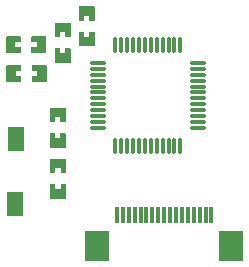
<source format=gtp>
G04 Layer: TopPasteMaskLayer*
G04 EasyEDA v6.5.33, 2023-07-29 01:37:07*
G04 e2284e44ffa54268a608bda52510a791,d031c0a8eb424844af7c2e53bc7358ee,10*
G04 Gerber Generator version 0.2*
G04 Scale: 100 percent, Rotated: No, Reflected: No *
G04 Dimensions in millimeters *
G04 leading zeros omitted , absolute positions ,4 integer and 5 decimal *
%FSLAX45Y45*%
%MOMM*%

%ADD10O,1.499997X0.27000199999999996*%
%ADD11O,0.27000199999999996X1.499997*%
%ADD12R,1.4000X2.0000*%
%ADD13R,0.3000X1.4000*%
%ADD14R,2.0000X2.5000*%

%LPD*%
G36*
X14447977Y6605473D02*
G01*
X14406981Y6604965D01*
X14401952Y6599986D01*
X14401952Y6484975D01*
X14406981Y6479997D01*
X14534997Y6479997D01*
X14539976Y6484975D01*
X14539976Y6599986D01*
X14534997Y6604965D01*
X14492986Y6604508D01*
X14492986Y6560464D01*
X14447977Y6560464D01*
G37*
G36*
X14406981Y6820001D02*
G01*
X14401952Y6814972D01*
X14401952Y6700012D01*
X14406981Y6694982D01*
X14447977Y6695490D01*
X14447977Y6739483D01*
X14492986Y6739483D01*
X14492986Y6694982D01*
X14534997Y6694982D01*
X14539976Y6700012D01*
X14539976Y6814972D01*
X14534997Y6820001D01*
G37*
G36*
X14036954Y7422997D02*
G01*
X14031976Y7417968D01*
X14031976Y7290003D01*
X14036954Y7284974D01*
X14151965Y7284974D01*
X14156944Y7290003D01*
X14156486Y7331964D01*
X14112443Y7331964D01*
X14112443Y7376972D01*
X14157451Y7376972D01*
X14156944Y7417968D01*
X14151965Y7422997D01*
G37*
G36*
X14251940Y7422997D02*
G01*
X14246961Y7417968D01*
X14247469Y7376972D01*
X14291462Y7376972D01*
X14291462Y7331964D01*
X14246961Y7331964D01*
X14246961Y7290003D01*
X14251940Y7284974D01*
X14366951Y7284974D01*
X14371980Y7290003D01*
X14371980Y7417968D01*
X14366951Y7422997D01*
G37*
G36*
X14255953Y7176973D02*
G01*
X14250974Y7171994D01*
X14251482Y7129983D01*
X14295475Y7129983D01*
X14295475Y7084974D01*
X14250466Y7084974D01*
X14250974Y7043978D01*
X14255953Y7039000D01*
X14370964Y7039000D01*
X14375993Y7043978D01*
X14375993Y7171994D01*
X14370964Y7176973D01*
G37*
G36*
X14040967Y7176973D02*
G01*
X14035989Y7171994D01*
X14035989Y7043978D01*
X14040967Y7039000D01*
X14155978Y7039000D01*
X14160957Y7043978D01*
X14160449Y7084974D01*
X14116456Y7084974D01*
X14116456Y7129983D01*
X14160957Y7129983D01*
X14160957Y7171994D01*
X14155978Y7176973D01*
G37*
G36*
X14449958Y6172962D02*
G01*
X14408962Y6172454D01*
X14403984Y6167475D01*
X14403984Y6052464D01*
X14408962Y6047486D01*
X14536978Y6047486D01*
X14541957Y6052464D01*
X14541957Y6167475D01*
X14536978Y6172454D01*
X14494967Y6171996D01*
X14494967Y6127953D01*
X14449958Y6127953D01*
G37*
G36*
X14408962Y6387490D02*
G01*
X14403984Y6382461D01*
X14403984Y6267500D01*
X14408962Y6262471D01*
X14449958Y6262979D01*
X14449958Y6306972D01*
X14494967Y6306972D01*
X14494967Y6262471D01*
X14536978Y6262471D01*
X14541957Y6267500D01*
X14541957Y6382461D01*
X14536978Y6387490D01*
G37*
G36*
X14694306Y7463688D02*
G01*
X14653310Y7463180D01*
X14648281Y7458202D01*
X14648281Y7343190D01*
X14653310Y7338212D01*
X14781276Y7338212D01*
X14786305Y7343190D01*
X14786305Y7458202D01*
X14781276Y7463180D01*
X14739264Y7462723D01*
X14739264Y7418679D01*
X14694306Y7418679D01*
G37*
G36*
X14653310Y7678216D02*
G01*
X14648281Y7673187D01*
X14648281Y7558227D01*
X14653310Y7553198D01*
X14694306Y7553706D01*
X14694306Y7597698D01*
X14739264Y7597698D01*
X14739264Y7553198D01*
X14781276Y7553198D01*
X14786305Y7558227D01*
X14786305Y7673187D01*
X14781276Y7678216D01*
G37*
G36*
X14491106Y7323988D02*
G01*
X14450110Y7323480D01*
X14445081Y7318502D01*
X14445081Y7203490D01*
X14450110Y7198512D01*
X14578126Y7198512D01*
X14583105Y7203490D01*
X14583105Y7318502D01*
X14578126Y7323480D01*
X14536115Y7323023D01*
X14536115Y7278979D01*
X14491106Y7278979D01*
G37*
G36*
X14450110Y7538466D02*
G01*
X14445081Y7533487D01*
X14445081Y7418476D01*
X14450110Y7413498D01*
X14491106Y7414006D01*
X14491106Y7457998D01*
X14536115Y7457998D01*
X14536115Y7413498D01*
X14578126Y7413498D01*
X14583105Y7418476D01*
X14583105Y7533487D01*
X14578126Y7538466D01*
G37*
D10*
G01*
X14808606Y7197775D03*
G01*
X14808606Y7147763D03*
G01*
X14808606Y7097776D03*
G01*
X14808606Y7047763D03*
G01*
X14808606Y6997776D03*
G01*
X14808606Y6947763D03*
G01*
X14808606Y6897776D03*
G01*
X14808606Y6847763D03*
G01*
X14808606Y6797776D03*
G01*
X14808606Y6747763D03*
G01*
X14808606Y6697776D03*
G01*
X14808606Y6647764D03*
D11*
G01*
X14958593Y6497777D03*
G01*
X15008606Y6497777D03*
G01*
X15058593Y6497777D03*
G01*
X15108605Y6497777D03*
G01*
X15158593Y6497777D03*
G01*
X15208605Y6497777D03*
G01*
X15258592Y6497777D03*
G01*
X15308605Y6497777D03*
G01*
X15358592Y6497777D03*
G01*
X15408605Y6497777D03*
G01*
X15458592Y6497777D03*
G01*
X15508604Y6497777D03*
D10*
G01*
X15658591Y6647764D03*
G01*
X15658591Y6697776D03*
G01*
X15658591Y6747763D03*
G01*
X15658591Y6797776D03*
G01*
X15658591Y6847763D03*
G01*
X15658591Y6897776D03*
G01*
X15658591Y6947763D03*
G01*
X15658591Y6997776D03*
G01*
X15658591Y7047763D03*
G01*
X15658591Y7097776D03*
G01*
X15658591Y7147763D03*
G01*
X15658591Y7197775D03*
D11*
G01*
X15508604Y7347762D03*
G01*
X15458592Y7347762D03*
G01*
X15408605Y7347762D03*
G01*
X15358592Y7347762D03*
G01*
X15308605Y7347762D03*
G01*
X15258592Y7347762D03*
G01*
X15208605Y7347762D03*
G01*
X15158593Y7347762D03*
G01*
X15108605Y7347762D03*
G01*
X15058593Y7347762D03*
G01*
X15008606Y7347762D03*
G01*
X14958593Y7347762D03*
D12*
G01*
X14112872Y6005814D03*
G01*
X14113075Y6556156D03*
D13*
G01*
X14971598Y5906541D03*
G01*
X15021610Y5906541D03*
G01*
X15071597Y5906541D03*
G01*
X15121610Y5906541D03*
G01*
X15171597Y5906541D03*
G01*
X15221610Y5906541D03*
D14*
G01*
X15941598Y5649061D03*
G01*
X14801595Y5649010D03*
D13*
G01*
X15271597Y5906541D03*
G01*
X15321584Y5906541D03*
G01*
X15371597Y5906541D03*
G01*
X15421584Y5906541D03*
G01*
X15471597Y5906541D03*
G01*
X15521584Y5906541D03*
G01*
X15571597Y5906541D03*
G01*
X15621609Y5906541D03*
G01*
X15671596Y5906541D03*
G01*
X15721609Y5906541D03*
G01*
X15771596Y5906541D03*
M02*

</source>
